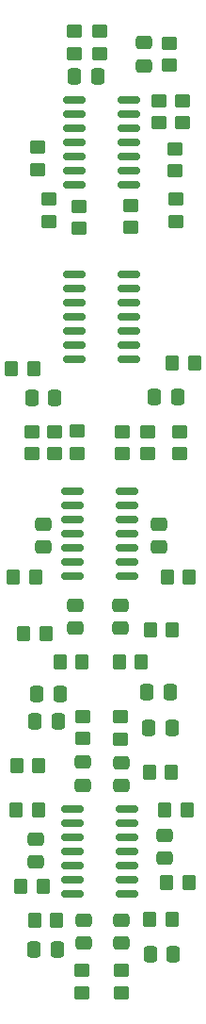
<source format=gbr>
%TF.GenerationSoftware,KiCad,Pcbnew,8.0.2*%
%TF.CreationDate,2025-05-20T09:10:06-07:00*%
%TF.ProjectId,ResEQ_Mini,52657345-515f-44d6-996e-692e6b696361,rev?*%
%TF.SameCoordinates,Original*%
%TF.FileFunction,Paste,Top*%
%TF.FilePolarity,Positive*%
%FSLAX46Y46*%
G04 Gerber Fmt 4.6, Leading zero omitted, Abs format (unit mm)*
G04 Created by KiCad (PCBNEW 8.0.2) date 2025-05-20 09:10:06*
%MOMM*%
%LPD*%
G01*
G04 APERTURE LIST*
G04 Aperture macros list*
%AMRoundRect*
0 Rectangle with rounded corners*
0 $1 Rounding radius*
0 $2 $3 $4 $5 $6 $7 $8 $9 X,Y pos of 4 corners*
0 Add a 4 corners polygon primitive as box body*
4,1,4,$2,$3,$4,$5,$6,$7,$8,$9,$2,$3,0*
0 Add four circle primitives for the rounded corners*
1,1,$1+$1,$2,$3*
1,1,$1+$1,$4,$5*
1,1,$1+$1,$6,$7*
1,1,$1+$1,$8,$9*
0 Add four rect primitives between the rounded corners*
20,1,$1+$1,$2,$3,$4,$5,0*
20,1,$1+$1,$4,$5,$6,$7,0*
20,1,$1+$1,$6,$7,$8,$9,0*
20,1,$1+$1,$8,$9,$2,$3,0*%
G04 Aperture macros list end*
%ADD10RoundRect,0.250000X0.450000X-0.350000X0.450000X0.350000X-0.450000X0.350000X-0.450000X-0.350000X0*%
%ADD11RoundRect,0.250000X-0.350000X-0.450000X0.350000X-0.450000X0.350000X0.450000X-0.350000X0.450000X0*%
%ADD12RoundRect,0.250000X-0.450000X0.350000X-0.450000X-0.350000X0.450000X-0.350000X0.450000X0.350000X0*%
%ADD13RoundRect,0.250000X0.475000X-0.337500X0.475000X0.337500X-0.475000X0.337500X-0.475000X-0.337500X0*%
%ADD14RoundRect,0.150000X-0.825000X-0.150000X0.825000X-0.150000X0.825000X0.150000X-0.825000X0.150000X0*%
%ADD15RoundRect,0.250000X-0.475000X0.337500X-0.475000X-0.337500X0.475000X-0.337500X0.475000X0.337500X0*%
%ADD16RoundRect,0.250000X0.337500X0.475000X-0.337500X0.475000X-0.337500X-0.475000X0.337500X-0.475000X0*%
%ADD17RoundRect,0.250000X0.350000X0.450000X-0.350000X0.450000X-0.350000X-0.450000X0.350000X-0.450000X0*%
%ADD18RoundRect,0.250000X-0.337500X-0.475000X0.337500X-0.475000X0.337500X0.475000X-0.337500X0.475000X0*%
G04 APERTURE END LIST*
D10*
%TO.C,R41*%
X153314400Y-80502000D03*
X153314400Y-78502000D03*
%TD*%
%TO.C,R35*%
X159461200Y-80502000D03*
X159461200Y-78502000D03*
%TD*%
D11*
%TO.C,R28*%
X153838400Y-99161600D03*
X155838400Y-99161600D03*
%TD*%
%TO.C,R24*%
X163439600Y-119024400D03*
X165439600Y-119024400D03*
%TD*%
D10*
%TO.C,R10*%
X157378400Y-44551600D03*
X157378400Y-42551600D03*
%TD*%
D12*
%TO.C,R37*%
X161747200Y-78502000D03*
X161747200Y-80502000D03*
%TD*%
D10*
%TO.C,R44*%
X160172400Y-60182000D03*
X160172400Y-58182000D03*
%TD*%
D13*
%TO.C,C33*%
X162763200Y-88870700D03*
X162763200Y-86795700D03*
%TD*%
D14*
%TO.C,U3*%
X154954200Y-83870800D03*
X154954200Y-85140800D03*
X154954200Y-86410800D03*
X154954200Y-87680800D03*
X154954200Y-88950800D03*
X154954200Y-90220800D03*
X154954200Y-91490800D03*
X159904200Y-91490800D03*
X159904200Y-90220800D03*
X159904200Y-88950800D03*
X159904200Y-87680800D03*
X159904200Y-86410800D03*
X159904200Y-85140800D03*
X159904200Y-83870800D03*
%TD*%
%TO.C,U1*%
X155132000Y-48768000D03*
X155132000Y-50038000D03*
X155132000Y-51308000D03*
X155132000Y-52578000D03*
X155132000Y-53848000D03*
X155132000Y-55118000D03*
X155132000Y-56388000D03*
X160082000Y-56388000D03*
X160082000Y-55118000D03*
X160082000Y-53848000D03*
X160082000Y-52578000D03*
X160082000Y-51308000D03*
X160082000Y-50038000D03*
X160082000Y-48768000D03*
%TD*%
D10*
%TO.C,R55*%
X164185600Y-55102000D03*
X164185600Y-53102000D03*
%TD*%
D15*
%TO.C,C32*%
X152349200Y-86795700D03*
X152349200Y-88870700D03*
%TD*%
D10*
%TO.C,R56*%
X164287200Y-59623200D03*
X164287200Y-57623200D03*
%TD*%
D16*
%TO.C,C18*%
X153386700Y-75488800D03*
X151311700Y-75488800D03*
%TD*%
D10*
%TO.C,R34*%
X164592000Y-80502000D03*
X164592000Y-78502000D03*
%TD*%
%TO.C,R14*%
X155803600Y-128914400D03*
X155803600Y-126914400D03*
%TD*%
D12*
%TO.C,R42*%
X155397200Y-78451200D03*
X155397200Y-80451200D03*
%TD*%
D17*
%TO.C,R25*%
X151876000Y-112471200D03*
X149876000Y-112471200D03*
%TD*%
D12*
%TO.C,R5*%
X159308800Y-104105200D03*
X159308800Y-106105200D03*
%TD*%
D13*
%TO.C,C35*%
X163220400Y-116810700D03*
X163220400Y-114735700D03*
%TD*%
D10*
%TO.C,R45*%
X155549600Y-60283600D03*
X155549600Y-58283600D03*
%TD*%
D18*
%TO.C,C1*%
X155172500Y-46599600D03*
X157247500Y-46599600D03*
%TD*%
D11*
%TO.C,R30*%
X161966400Y-96316800D03*
X163966400Y-96316800D03*
%TD*%
%TO.C,R32*%
X163490400Y-91541600D03*
X165490400Y-91541600D03*
%TD*%
D13*
%TO.C,C8*%
X159359600Y-124430700D03*
X159359600Y-122355700D03*
%TD*%
D16*
%TO.C,C13*%
X153843900Y-102057200D03*
X151768900Y-102057200D03*
%TD*%
D10*
%TO.C,R50*%
X163677600Y-45618400D03*
X163677600Y-43618400D03*
%TD*%
D11*
%TO.C,R36*%
X163947600Y-72390000D03*
X165947600Y-72390000D03*
%TD*%
D13*
%TO.C,C6*%
X156006800Y-124430700D03*
X156006800Y-122355700D03*
%TD*%
D15*
%TO.C,C4*%
X159359600Y-108233300D03*
X159359600Y-110308300D03*
%TD*%
%TO.C,C10*%
X155905200Y-108182500D03*
X155905200Y-110257500D03*
%TD*%
D17*
%TO.C,R26*%
X161172400Y-99161600D03*
X159172400Y-99161600D03*
%TD*%
%TO.C,R17*%
X152333200Y-119380000D03*
X150333200Y-119380000D03*
%TD*%
D18*
%TO.C,C3*%
X161827300Y-105156000D03*
X163902300Y-105156000D03*
%TD*%
%TO.C,C7*%
X161979700Y-125425200D03*
X164054700Y-125425200D03*
%TD*%
D17*
%TO.C,R23*%
X151926800Y-108508800D03*
X149926800Y-108508800D03*
%TD*%
D11*
%TO.C,R22*%
X161915600Y-122275600D03*
X163915600Y-122275600D03*
%TD*%
D10*
%TO.C,R9*%
X155092400Y-44551600D03*
X155092400Y-42551600D03*
%TD*%
D17*
%TO.C,R33*%
X151622000Y-91592400D03*
X149622000Y-91592400D03*
%TD*%
D10*
%TO.C,R54*%
X151790400Y-55000400D03*
X151790400Y-53000400D03*
%TD*%
D16*
%TO.C,C9*%
X153691500Y-104495600D03*
X151616500Y-104495600D03*
%TD*%
D18*
%TO.C,C11*%
X161674900Y-101904800D03*
X163749900Y-101904800D03*
%TD*%
D12*
%TO.C,R20*%
X155854400Y-104070400D03*
X155854400Y-106070400D03*
%TD*%
D17*
%TO.C,R16*%
X153552400Y-122428000D03*
X151552400Y-122428000D03*
%TD*%
%TO.C,R43*%
X151485600Y-72898000D03*
X149485600Y-72898000D03*
%TD*%
D18*
%TO.C,C15*%
X162335300Y-75438000D03*
X164410300Y-75438000D03*
%TD*%
D13*
%TO.C,C14*%
X155194000Y-96185900D03*
X155194000Y-94110900D03*
%TD*%
D17*
%TO.C,R31*%
X152587200Y-96672400D03*
X150587200Y-96672400D03*
%TD*%
D11*
%TO.C,R6*%
X161864800Y-109067600D03*
X163864800Y-109067600D03*
%TD*%
D12*
%TO.C,R47*%
X162712400Y-48784000D03*
X162712400Y-50784000D03*
%TD*%
D13*
%TO.C,C12*%
X159258000Y-96185900D03*
X159258000Y-94110900D03*
%TD*%
D14*
%TO.C,U2*%
X155106600Y-64363600D03*
X155106600Y-65633600D03*
X155106600Y-66903600D03*
X155106600Y-68173600D03*
X155106600Y-69443600D03*
X155106600Y-70713600D03*
X155106600Y-71983600D03*
X160056600Y-71983600D03*
X160056600Y-70713600D03*
X160056600Y-69443600D03*
X160056600Y-68173600D03*
X160056600Y-66903600D03*
X160056600Y-65633600D03*
X160056600Y-64363600D03*
%TD*%
D12*
%TO.C,R46*%
X164846000Y-48784000D03*
X164846000Y-50784000D03*
%TD*%
D10*
%TO.C,R39*%
X151282400Y-80502000D03*
X151282400Y-78502000D03*
%TD*%
%TO.C,R57*%
X152857200Y-59623200D03*
X152857200Y-57623200D03*
%TD*%
D15*
%TO.C,C34*%
X151638000Y-115091300D03*
X151638000Y-117166300D03*
%TD*%
D14*
%TO.C,U4*%
X154954200Y-112396300D03*
X154954200Y-113666300D03*
X154954200Y-114936300D03*
X154954200Y-116206300D03*
X154954200Y-117476300D03*
X154954200Y-118746300D03*
X154954200Y-120016300D03*
X159904200Y-120016300D03*
X159904200Y-118746300D03*
X159904200Y-117476300D03*
X159904200Y-116206300D03*
X159904200Y-114936300D03*
X159904200Y-113666300D03*
X159904200Y-112396300D03*
%TD*%
D11*
%TO.C,R8*%
X163287200Y-112471200D03*
X165287200Y-112471200D03*
%TD*%
D16*
%TO.C,C5*%
X153589900Y-125018800D03*
X151514900Y-125018800D03*
%TD*%
D10*
%TO.C,R18*%
X159359600Y-128914400D03*
X159359600Y-126914400D03*
%TD*%
D13*
%TO.C,C21*%
X161391600Y-45655900D03*
X161391600Y-43580900D03*
%TD*%
M02*

</source>
